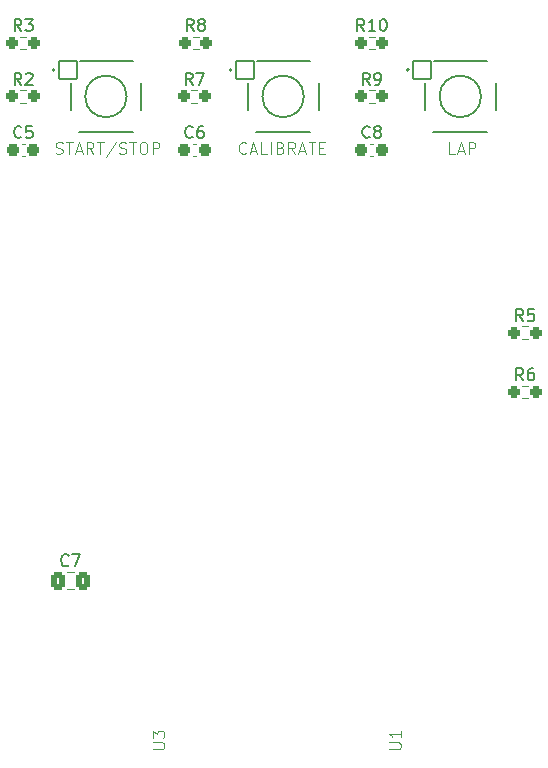
<source format=gto>
G04 #@! TF.GenerationSoftware,KiCad,Pcbnew,8.0.6*
G04 #@! TF.CreationDate,2025-12-03T00:04:18-05:00*
G04 #@! TF.ProjectId,dead_reckoning_shield,64656164-5f72-4656-936b-6f6e696e675f,rev?*
G04 #@! TF.SameCoordinates,Original*
G04 #@! TF.FileFunction,Legend,Top*
G04 #@! TF.FilePolarity,Positive*
%FSLAX46Y46*%
G04 Gerber Fmt 4.6, Leading zero omitted, Abs format (unit mm)*
G04 Created by KiCad (PCBNEW 8.0.6) date 2025-12-03 00:04:18*
%MOMM*%
%LPD*%
G01*
G04 APERTURE LIST*
G04 Aperture macros list*
%AMRoundRect*
0 Rectangle with rounded corners*
0 $1 Rounding radius*
0 $2 $3 $4 $5 $6 $7 $8 $9 X,Y pos of 4 corners*
0 Add a 4 corners polygon primitive as box body*
4,1,4,$2,$3,$4,$5,$6,$7,$8,$9,$2,$3,0*
0 Add four circle primitives for the rounded corners*
1,1,$1+$1,$2,$3*
1,1,$1+$1,$4,$5*
1,1,$1+$1,$6,$7*
1,1,$1+$1,$8,$9*
0 Add four rect primitives between the rounded corners*
20,1,$1+$1,$2,$3,$4,$5,0*
20,1,$1+$1,$4,$5,$6,$7,0*
20,1,$1+$1,$6,$7,$8,$9,0*
20,1,$1+$1,$8,$9,$2,$3,0*%
G04 Aperture macros list end*
%ADD10C,0.100000*%
%ADD11C,0.150000*%
%ADD12C,0.127000*%
%ADD13C,0.200000*%
%ADD14C,0.120000*%
%ADD15C,1.600000*%
%ADD16RoundRect,0.102000X-0.749000X-0.749000X0.749000X-0.749000X0.749000X0.749000X-0.749000X0.749000X0*%
%ADD17C,1.702000*%
%ADD18RoundRect,0.237500X-0.250000X-0.237500X0.250000X-0.237500X0.250000X0.237500X-0.250000X0.237500X0*%
%ADD19O,1.727200X1.727200*%
%ADD20R,1.727200X1.727200*%
%ADD21RoundRect,0.250000X-0.337500X-0.475000X0.337500X-0.475000X0.337500X0.475000X-0.337500X0.475000X0*%
%ADD22C,1.000000*%
%ADD23RoundRect,0.237500X-0.300000X-0.237500X0.300000X-0.237500X0.300000X0.237500X-0.300000X0.237500X0*%
%ADD24RoundRect,0.237500X0.250000X0.237500X-0.250000X0.237500X-0.250000X-0.237500X0.250000X-0.237500X0*%
G04 APERTURE END LIST*
D10*
X180756265Y-80324800D02*
X180899122Y-80372419D01*
X180899122Y-80372419D02*
X181137217Y-80372419D01*
X181137217Y-80372419D02*
X181232455Y-80324800D01*
X181232455Y-80324800D02*
X181280074Y-80277180D01*
X181280074Y-80277180D02*
X181327693Y-80181942D01*
X181327693Y-80181942D02*
X181327693Y-80086704D01*
X181327693Y-80086704D02*
X181280074Y-79991466D01*
X181280074Y-79991466D02*
X181232455Y-79943847D01*
X181232455Y-79943847D02*
X181137217Y-79896228D01*
X181137217Y-79896228D02*
X180946741Y-79848609D01*
X180946741Y-79848609D02*
X180851503Y-79800990D01*
X180851503Y-79800990D02*
X180803884Y-79753371D01*
X180803884Y-79753371D02*
X180756265Y-79658133D01*
X180756265Y-79658133D02*
X180756265Y-79562895D01*
X180756265Y-79562895D02*
X180803884Y-79467657D01*
X180803884Y-79467657D02*
X180851503Y-79420038D01*
X180851503Y-79420038D02*
X180946741Y-79372419D01*
X180946741Y-79372419D02*
X181184836Y-79372419D01*
X181184836Y-79372419D02*
X181327693Y-79420038D01*
X181613408Y-79372419D02*
X182184836Y-79372419D01*
X181899122Y-80372419D02*
X181899122Y-79372419D01*
X182470551Y-80086704D02*
X182946741Y-80086704D01*
X182375313Y-80372419D02*
X182708646Y-79372419D01*
X182708646Y-79372419D02*
X183041979Y-80372419D01*
X183946741Y-80372419D02*
X183613408Y-79896228D01*
X183375313Y-80372419D02*
X183375313Y-79372419D01*
X183375313Y-79372419D02*
X183756265Y-79372419D01*
X183756265Y-79372419D02*
X183851503Y-79420038D01*
X183851503Y-79420038D02*
X183899122Y-79467657D01*
X183899122Y-79467657D02*
X183946741Y-79562895D01*
X183946741Y-79562895D02*
X183946741Y-79705752D01*
X183946741Y-79705752D02*
X183899122Y-79800990D01*
X183899122Y-79800990D02*
X183851503Y-79848609D01*
X183851503Y-79848609D02*
X183756265Y-79896228D01*
X183756265Y-79896228D02*
X183375313Y-79896228D01*
X184232456Y-79372419D02*
X184803884Y-79372419D01*
X184518170Y-80372419D02*
X184518170Y-79372419D01*
X185851503Y-79324800D02*
X184994361Y-80610514D01*
X186137218Y-80324800D02*
X186280075Y-80372419D01*
X186280075Y-80372419D02*
X186518170Y-80372419D01*
X186518170Y-80372419D02*
X186613408Y-80324800D01*
X186613408Y-80324800D02*
X186661027Y-80277180D01*
X186661027Y-80277180D02*
X186708646Y-80181942D01*
X186708646Y-80181942D02*
X186708646Y-80086704D01*
X186708646Y-80086704D02*
X186661027Y-79991466D01*
X186661027Y-79991466D02*
X186613408Y-79943847D01*
X186613408Y-79943847D02*
X186518170Y-79896228D01*
X186518170Y-79896228D02*
X186327694Y-79848609D01*
X186327694Y-79848609D02*
X186232456Y-79800990D01*
X186232456Y-79800990D02*
X186184837Y-79753371D01*
X186184837Y-79753371D02*
X186137218Y-79658133D01*
X186137218Y-79658133D02*
X186137218Y-79562895D01*
X186137218Y-79562895D02*
X186184837Y-79467657D01*
X186184837Y-79467657D02*
X186232456Y-79420038D01*
X186232456Y-79420038D02*
X186327694Y-79372419D01*
X186327694Y-79372419D02*
X186565789Y-79372419D01*
X186565789Y-79372419D02*
X186708646Y-79420038D01*
X186994361Y-79372419D02*
X187565789Y-79372419D01*
X187280075Y-80372419D02*
X187280075Y-79372419D01*
X188089599Y-79372419D02*
X188280075Y-79372419D01*
X188280075Y-79372419D02*
X188375313Y-79420038D01*
X188375313Y-79420038D02*
X188470551Y-79515276D01*
X188470551Y-79515276D02*
X188518170Y-79705752D01*
X188518170Y-79705752D02*
X188518170Y-80039085D01*
X188518170Y-80039085D02*
X188470551Y-80229561D01*
X188470551Y-80229561D02*
X188375313Y-80324800D01*
X188375313Y-80324800D02*
X188280075Y-80372419D01*
X188280075Y-80372419D02*
X188089599Y-80372419D01*
X188089599Y-80372419D02*
X187994361Y-80324800D01*
X187994361Y-80324800D02*
X187899123Y-80229561D01*
X187899123Y-80229561D02*
X187851504Y-80039085D01*
X187851504Y-80039085D02*
X187851504Y-79705752D01*
X187851504Y-79705752D02*
X187899123Y-79515276D01*
X187899123Y-79515276D02*
X187994361Y-79420038D01*
X187994361Y-79420038D02*
X188089599Y-79372419D01*
X188946742Y-80372419D02*
X188946742Y-79372419D01*
X188946742Y-79372419D02*
X189327694Y-79372419D01*
X189327694Y-79372419D02*
X189422932Y-79420038D01*
X189422932Y-79420038D02*
X189470551Y-79467657D01*
X189470551Y-79467657D02*
X189518170Y-79562895D01*
X189518170Y-79562895D02*
X189518170Y-79705752D01*
X189518170Y-79705752D02*
X189470551Y-79800990D01*
X189470551Y-79800990D02*
X189422932Y-79848609D01*
X189422932Y-79848609D02*
X189327694Y-79896228D01*
X189327694Y-79896228D02*
X188946742Y-79896228D01*
X214530074Y-80372419D02*
X214053884Y-80372419D01*
X214053884Y-80372419D02*
X214053884Y-79372419D01*
X214815789Y-80086704D02*
X215291979Y-80086704D01*
X214720551Y-80372419D02*
X215053884Y-79372419D01*
X215053884Y-79372419D02*
X215387217Y-80372419D01*
X215720551Y-80372419D02*
X215720551Y-79372419D01*
X215720551Y-79372419D02*
X216101503Y-79372419D01*
X216101503Y-79372419D02*
X216196741Y-79420038D01*
X216196741Y-79420038D02*
X216244360Y-79467657D01*
X216244360Y-79467657D02*
X216291979Y-79562895D01*
X216291979Y-79562895D02*
X216291979Y-79705752D01*
X216291979Y-79705752D02*
X216244360Y-79800990D01*
X216244360Y-79800990D02*
X216196741Y-79848609D01*
X216196741Y-79848609D02*
X216101503Y-79896228D01*
X216101503Y-79896228D02*
X215720551Y-79896228D01*
X196875312Y-80277180D02*
X196827693Y-80324800D01*
X196827693Y-80324800D02*
X196684836Y-80372419D01*
X196684836Y-80372419D02*
X196589598Y-80372419D01*
X196589598Y-80372419D02*
X196446741Y-80324800D01*
X196446741Y-80324800D02*
X196351503Y-80229561D01*
X196351503Y-80229561D02*
X196303884Y-80134323D01*
X196303884Y-80134323D02*
X196256265Y-79943847D01*
X196256265Y-79943847D02*
X196256265Y-79800990D01*
X196256265Y-79800990D02*
X196303884Y-79610514D01*
X196303884Y-79610514D02*
X196351503Y-79515276D01*
X196351503Y-79515276D02*
X196446741Y-79420038D01*
X196446741Y-79420038D02*
X196589598Y-79372419D01*
X196589598Y-79372419D02*
X196684836Y-79372419D01*
X196684836Y-79372419D02*
X196827693Y-79420038D01*
X196827693Y-79420038D02*
X196875312Y-79467657D01*
X197256265Y-80086704D02*
X197732455Y-80086704D01*
X197161027Y-80372419D02*
X197494360Y-79372419D01*
X197494360Y-79372419D02*
X197827693Y-80372419D01*
X198637217Y-80372419D02*
X198161027Y-80372419D01*
X198161027Y-80372419D02*
X198161027Y-79372419D01*
X198970551Y-80372419D02*
X198970551Y-79372419D01*
X199780074Y-79848609D02*
X199922931Y-79896228D01*
X199922931Y-79896228D02*
X199970550Y-79943847D01*
X199970550Y-79943847D02*
X200018169Y-80039085D01*
X200018169Y-80039085D02*
X200018169Y-80181942D01*
X200018169Y-80181942D02*
X199970550Y-80277180D01*
X199970550Y-80277180D02*
X199922931Y-80324800D01*
X199922931Y-80324800D02*
X199827693Y-80372419D01*
X199827693Y-80372419D02*
X199446741Y-80372419D01*
X199446741Y-80372419D02*
X199446741Y-79372419D01*
X199446741Y-79372419D02*
X199780074Y-79372419D01*
X199780074Y-79372419D02*
X199875312Y-79420038D01*
X199875312Y-79420038D02*
X199922931Y-79467657D01*
X199922931Y-79467657D02*
X199970550Y-79562895D01*
X199970550Y-79562895D02*
X199970550Y-79658133D01*
X199970550Y-79658133D02*
X199922931Y-79753371D01*
X199922931Y-79753371D02*
X199875312Y-79800990D01*
X199875312Y-79800990D02*
X199780074Y-79848609D01*
X199780074Y-79848609D02*
X199446741Y-79848609D01*
X201018169Y-80372419D02*
X200684836Y-79896228D01*
X200446741Y-80372419D02*
X200446741Y-79372419D01*
X200446741Y-79372419D02*
X200827693Y-79372419D01*
X200827693Y-79372419D02*
X200922931Y-79420038D01*
X200922931Y-79420038D02*
X200970550Y-79467657D01*
X200970550Y-79467657D02*
X201018169Y-79562895D01*
X201018169Y-79562895D02*
X201018169Y-79705752D01*
X201018169Y-79705752D02*
X200970550Y-79800990D01*
X200970550Y-79800990D02*
X200922931Y-79848609D01*
X200922931Y-79848609D02*
X200827693Y-79896228D01*
X200827693Y-79896228D02*
X200446741Y-79896228D01*
X201399122Y-80086704D02*
X201875312Y-80086704D01*
X201303884Y-80372419D02*
X201637217Y-79372419D01*
X201637217Y-79372419D02*
X201970550Y-80372419D01*
X202161027Y-79372419D02*
X202732455Y-79372419D01*
X202446741Y-80372419D02*
X202446741Y-79372419D01*
X203065789Y-79848609D02*
X203399122Y-79848609D01*
X203541979Y-80372419D02*
X203065789Y-80372419D01*
X203065789Y-80372419D02*
X203065789Y-79372419D01*
X203065789Y-79372419D02*
X203541979Y-79372419D01*
X208957419Y-130761904D02*
X209766942Y-130761904D01*
X209766942Y-130761904D02*
X209862180Y-130714285D01*
X209862180Y-130714285D02*
X209909800Y-130666666D01*
X209909800Y-130666666D02*
X209957419Y-130571428D01*
X209957419Y-130571428D02*
X209957419Y-130380952D01*
X209957419Y-130380952D02*
X209909800Y-130285714D01*
X209909800Y-130285714D02*
X209862180Y-130238095D01*
X209862180Y-130238095D02*
X209766942Y-130190476D01*
X209766942Y-130190476D02*
X208957419Y-130190476D01*
X209957419Y-129190476D02*
X209957419Y-129761904D01*
X209957419Y-129476190D02*
X208957419Y-129476190D01*
X208957419Y-129476190D02*
X209100276Y-129571428D01*
X209100276Y-129571428D02*
X209195514Y-129666666D01*
X209195514Y-129666666D02*
X209243133Y-129761904D01*
D11*
X220333333Y-94524819D02*
X220000000Y-94048628D01*
X219761905Y-94524819D02*
X219761905Y-93524819D01*
X219761905Y-93524819D02*
X220142857Y-93524819D01*
X220142857Y-93524819D02*
X220238095Y-93572438D01*
X220238095Y-93572438D02*
X220285714Y-93620057D01*
X220285714Y-93620057D02*
X220333333Y-93715295D01*
X220333333Y-93715295D02*
X220333333Y-93858152D01*
X220333333Y-93858152D02*
X220285714Y-93953390D01*
X220285714Y-93953390D02*
X220238095Y-94001009D01*
X220238095Y-94001009D02*
X220142857Y-94048628D01*
X220142857Y-94048628D02*
X219761905Y-94048628D01*
X221238095Y-93524819D02*
X220761905Y-93524819D01*
X220761905Y-93524819D02*
X220714286Y-94001009D01*
X220714286Y-94001009D02*
X220761905Y-93953390D01*
X220761905Y-93953390D02*
X220857143Y-93905771D01*
X220857143Y-93905771D02*
X221095238Y-93905771D01*
X221095238Y-93905771D02*
X221190476Y-93953390D01*
X221190476Y-93953390D02*
X221238095Y-94001009D01*
X221238095Y-94001009D02*
X221285714Y-94096247D01*
X221285714Y-94096247D02*
X221285714Y-94334342D01*
X221285714Y-94334342D02*
X221238095Y-94429580D01*
X221238095Y-94429580D02*
X221190476Y-94477200D01*
X221190476Y-94477200D02*
X221095238Y-94524819D01*
X221095238Y-94524819D02*
X220857143Y-94524819D01*
X220857143Y-94524819D02*
X220761905Y-94477200D01*
X220761905Y-94477200D02*
X220714286Y-94429580D01*
X181833333Y-115179580D02*
X181785714Y-115227200D01*
X181785714Y-115227200D02*
X181642857Y-115274819D01*
X181642857Y-115274819D02*
X181547619Y-115274819D01*
X181547619Y-115274819D02*
X181404762Y-115227200D01*
X181404762Y-115227200D02*
X181309524Y-115131961D01*
X181309524Y-115131961D02*
X181261905Y-115036723D01*
X181261905Y-115036723D02*
X181214286Y-114846247D01*
X181214286Y-114846247D02*
X181214286Y-114703390D01*
X181214286Y-114703390D02*
X181261905Y-114512914D01*
X181261905Y-114512914D02*
X181309524Y-114417676D01*
X181309524Y-114417676D02*
X181404762Y-114322438D01*
X181404762Y-114322438D02*
X181547619Y-114274819D01*
X181547619Y-114274819D02*
X181642857Y-114274819D01*
X181642857Y-114274819D02*
X181785714Y-114322438D01*
X181785714Y-114322438D02*
X181833333Y-114370057D01*
X182166667Y-114274819D02*
X182833333Y-114274819D01*
X182833333Y-114274819D02*
X182404762Y-115274819D01*
X177833333Y-74524819D02*
X177500000Y-74048628D01*
X177261905Y-74524819D02*
X177261905Y-73524819D01*
X177261905Y-73524819D02*
X177642857Y-73524819D01*
X177642857Y-73524819D02*
X177738095Y-73572438D01*
X177738095Y-73572438D02*
X177785714Y-73620057D01*
X177785714Y-73620057D02*
X177833333Y-73715295D01*
X177833333Y-73715295D02*
X177833333Y-73858152D01*
X177833333Y-73858152D02*
X177785714Y-73953390D01*
X177785714Y-73953390D02*
X177738095Y-74001009D01*
X177738095Y-74001009D02*
X177642857Y-74048628D01*
X177642857Y-74048628D02*
X177261905Y-74048628D01*
X178214286Y-73620057D02*
X178261905Y-73572438D01*
X178261905Y-73572438D02*
X178357143Y-73524819D01*
X178357143Y-73524819D02*
X178595238Y-73524819D01*
X178595238Y-73524819D02*
X178690476Y-73572438D01*
X178690476Y-73572438D02*
X178738095Y-73620057D01*
X178738095Y-73620057D02*
X178785714Y-73715295D01*
X178785714Y-73715295D02*
X178785714Y-73810533D01*
X178785714Y-73810533D02*
X178738095Y-73953390D01*
X178738095Y-73953390D02*
X178166667Y-74524819D01*
X178166667Y-74524819D02*
X178785714Y-74524819D01*
D10*
X188957419Y-130761904D02*
X189766942Y-130761904D01*
X189766942Y-130761904D02*
X189862180Y-130714285D01*
X189862180Y-130714285D02*
X189909800Y-130666666D01*
X189909800Y-130666666D02*
X189957419Y-130571428D01*
X189957419Y-130571428D02*
X189957419Y-130380952D01*
X189957419Y-130380952D02*
X189909800Y-130285714D01*
X189909800Y-130285714D02*
X189862180Y-130238095D01*
X189862180Y-130238095D02*
X189766942Y-130190476D01*
X189766942Y-130190476D02*
X188957419Y-130190476D01*
X188957419Y-129809523D02*
X188957419Y-129190476D01*
X188957419Y-129190476D02*
X189338371Y-129523809D01*
X189338371Y-129523809D02*
X189338371Y-129380952D01*
X189338371Y-129380952D02*
X189385990Y-129285714D01*
X189385990Y-129285714D02*
X189433609Y-129238095D01*
X189433609Y-129238095D02*
X189528847Y-129190476D01*
X189528847Y-129190476D02*
X189766942Y-129190476D01*
X189766942Y-129190476D02*
X189862180Y-129238095D01*
X189862180Y-129238095D02*
X189909800Y-129285714D01*
X189909800Y-129285714D02*
X189957419Y-129380952D01*
X189957419Y-129380952D02*
X189957419Y-129666666D01*
X189957419Y-129666666D02*
X189909800Y-129761904D01*
X189909800Y-129761904D02*
X189862180Y-129809523D01*
D11*
X207333333Y-74524819D02*
X207000000Y-74048628D01*
X206761905Y-74524819D02*
X206761905Y-73524819D01*
X206761905Y-73524819D02*
X207142857Y-73524819D01*
X207142857Y-73524819D02*
X207238095Y-73572438D01*
X207238095Y-73572438D02*
X207285714Y-73620057D01*
X207285714Y-73620057D02*
X207333333Y-73715295D01*
X207333333Y-73715295D02*
X207333333Y-73858152D01*
X207333333Y-73858152D02*
X207285714Y-73953390D01*
X207285714Y-73953390D02*
X207238095Y-74001009D01*
X207238095Y-74001009D02*
X207142857Y-74048628D01*
X207142857Y-74048628D02*
X206761905Y-74048628D01*
X207809524Y-74524819D02*
X208000000Y-74524819D01*
X208000000Y-74524819D02*
X208095238Y-74477200D01*
X208095238Y-74477200D02*
X208142857Y-74429580D01*
X208142857Y-74429580D02*
X208238095Y-74286723D01*
X208238095Y-74286723D02*
X208285714Y-74096247D01*
X208285714Y-74096247D02*
X208285714Y-73715295D01*
X208285714Y-73715295D02*
X208238095Y-73620057D01*
X208238095Y-73620057D02*
X208190476Y-73572438D01*
X208190476Y-73572438D02*
X208095238Y-73524819D01*
X208095238Y-73524819D02*
X207904762Y-73524819D01*
X207904762Y-73524819D02*
X207809524Y-73572438D01*
X207809524Y-73572438D02*
X207761905Y-73620057D01*
X207761905Y-73620057D02*
X207714286Y-73715295D01*
X207714286Y-73715295D02*
X207714286Y-73953390D01*
X207714286Y-73953390D02*
X207761905Y-74048628D01*
X207761905Y-74048628D02*
X207809524Y-74096247D01*
X207809524Y-74096247D02*
X207904762Y-74143866D01*
X207904762Y-74143866D02*
X208095238Y-74143866D01*
X208095238Y-74143866D02*
X208190476Y-74096247D01*
X208190476Y-74096247D02*
X208238095Y-74048628D01*
X208238095Y-74048628D02*
X208285714Y-73953390D01*
X207333333Y-78929580D02*
X207285714Y-78977200D01*
X207285714Y-78977200D02*
X207142857Y-79024819D01*
X207142857Y-79024819D02*
X207047619Y-79024819D01*
X207047619Y-79024819D02*
X206904762Y-78977200D01*
X206904762Y-78977200D02*
X206809524Y-78881961D01*
X206809524Y-78881961D02*
X206761905Y-78786723D01*
X206761905Y-78786723D02*
X206714286Y-78596247D01*
X206714286Y-78596247D02*
X206714286Y-78453390D01*
X206714286Y-78453390D02*
X206761905Y-78262914D01*
X206761905Y-78262914D02*
X206809524Y-78167676D01*
X206809524Y-78167676D02*
X206904762Y-78072438D01*
X206904762Y-78072438D02*
X207047619Y-78024819D01*
X207047619Y-78024819D02*
X207142857Y-78024819D01*
X207142857Y-78024819D02*
X207285714Y-78072438D01*
X207285714Y-78072438D02*
X207333333Y-78120057D01*
X207904762Y-78453390D02*
X207809524Y-78405771D01*
X207809524Y-78405771D02*
X207761905Y-78358152D01*
X207761905Y-78358152D02*
X207714286Y-78262914D01*
X207714286Y-78262914D02*
X207714286Y-78215295D01*
X207714286Y-78215295D02*
X207761905Y-78120057D01*
X207761905Y-78120057D02*
X207809524Y-78072438D01*
X207809524Y-78072438D02*
X207904762Y-78024819D01*
X207904762Y-78024819D02*
X208095238Y-78024819D01*
X208095238Y-78024819D02*
X208190476Y-78072438D01*
X208190476Y-78072438D02*
X208238095Y-78120057D01*
X208238095Y-78120057D02*
X208285714Y-78215295D01*
X208285714Y-78215295D02*
X208285714Y-78262914D01*
X208285714Y-78262914D02*
X208238095Y-78358152D01*
X208238095Y-78358152D02*
X208190476Y-78405771D01*
X208190476Y-78405771D02*
X208095238Y-78453390D01*
X208095238Y-78453390D02*
X207904762Y-78453390D01*
X207904762Y-78453390D02*
X207809524Y-78501009D01*
X207809524Y-78501009D02*
X207761905Y-78548628D01*
X207761905Y-78548628D02*
X207714286Y-78643866D01*
X207714286Y-78643866D02*
X207714286Y-78834342D01*
X207714286Y-78834342D02*
X207761905Y-78929580D01*
X207761905Y-78929580D02*
X207809524Y-78977200D01*
X207809524Y-78977200D02*
X207904762Y-79024819D01*
X207904762Y-79024819D02*
X208095238Y-79024819D01*
X208095238Y-79024819D02*
X208190476Y-78977200D01*
X208190476Y-78977200D02*
X208238095Y-78929580D01*
X208238095Y-78929580D02*
X208285714Y-78834342D01*
X208285714Y-78834342D02*
X208285714Y-78643866D01*
X208285714Y-78643866D02*
X208238095Y-78548628D01*
X208238095Y-78548628D02*
X208190476Y-78501009D01*
X208190476Y-78501009D02*
X208095238Y-78453390D01*
X192333333Y-74524819D02*
X192000000Y-74048628D01*
X191761905Y-74524819D02*
X191761905Y-73524819D01*
X191761905Y-73524819D02*
X192142857Y-73524819D01*
X192142857Y-73524819D02*
X192238095Y-73572438D01*
X192238095Y-73572438D02*
X192285714Y-73620057D01*
X192285714Y-73620057D02*
X192333333Y-73715295D01*
X192333333Y-73715295D02*
X192333333Y-73858152D01*
X192333333Y-73858152D02*
X192285714Y-73953390D01*
X192285714Y-73953390D02*
X192238095Y-74001009D01*
X192238095Y-74001009D02*
X192142857Y-74048628D01*
X192142857Y-74048628D02*
X191761905Y-74048628D01*
X192666667Y-73524819D02*
X193333333Y-73524819D01*
X193333333Y-73524819D02*
X192904762Y-74524819D01*
X192333333Y-78929580D02*
X192285714Y-78977200D01*
X192285714Y-78977200D02*
X192142857Y-79024819D01*
X192142857Y-79024819D02*
X192047619Y-79024819D01*
X192047619Y-79024819D02*
X191904762Y-78977200D01*
X191904762Y-78977200D02*
X191809524Y-78881961D01*
X191809524Y-78881961D02*
X191761905Y-78786723D01*
X191761905Y-78786723D02*
X191714286Y-78596247D01*
X191714286Y-78596247D02*
X191714286Y-78453390D01*
X191714286Y-78453390D02*
X191761905Y-78262914D01*
X191761905Y-78262914D02*
X191809524Y-78167676D01*
X191809524Y-78167676D02*
X191904762Y-78072438D01*
X191904762Y-78072438D02*
X192047619Y-78024819D01*
X192047619Y-78024819D02*
X192142857Y-78024819D01*
X192142857Y-78024819D02*
X192285714Y-78072438D01*
X192285714Y-78072438D02*
X192333333Y-78120057D01*
X193190476Y-78024819D02*
X193000000Y-78024819D01*
X193000000Y-78024819D02*
X192904762Y-78072438D01*
X192904762Y-78072438D02*
X192857143Y-78120057D01*
X192857143Y-78120057D02*
X192761905Y-78262914D01*
X192761905Y-78262914D02*
X192714286Y-78453390D01*
X192714286Y-78453390D02*
X192714286Y-78834342D01*
X192714286Y-78834342D02*
X192761905Y-78929580D01*
X192761905Y-78929580D02*
X192809524Y-78977200D01*
X192809524Y-78977200D02*
X192904762Y-79024819D01*
X192904762Y-79024819D02*
X193095238Y-79024819D01*
X193095238Y-79024819D02*
X193190476Y-78977200D01*
X193190476Y-78977200D02*
X193238095Y-78929580D01*
X193238095Y-78929580D02*
X193285714Y-78834342D01*
X193285714Y-78834342D02*
X193285714Y-78596247D01*
X193285714Y-78596247D02*
X193238095Y-78501009D01*
X193238095Y-78501009D02*
X193190476Y-78453390D01*
X193190476Y-78453390D02*
X193095238Y-78405771D01*
X193095238Y-78405771D02*
X192904762Y-78405771D01*
X192904762Y-78405771D02*
X192809524Y-78453390D01*
X192809524Y-78453390D02*
X192761905Y-78501009D01*
X192761905Y-78501009D02*
X192714286Y-78596247D01*
X206857142Y-69954819D02*
X206523809Y-69478628D01*
X206285714Y-69954819D02*
X206285714Y-68954819D01*
X206285714Y-68954819D02*
X206666666Y-68954819D01*
X206666666Y-68954819D02*
X206761904Y-69002438D01*
X206761904Y-69002438D02*
X206809523Y-69050057D01*
X206809523Y-69050057D02*
X206857142Y-69145295D01*
X206857142Y-69145295D02*
X206857142Y-69288152D01*
X206857142Y-69288152D02*
X206809523Y-69383390D01*
X206809523Y-69383390D02*
X206761904Y-69431009D01*
X206761904Y-69431009D02*
X206666666Y-69478628D01*
X206666666Y-69478628D02*
X206285714Y-69478628D01*
X207809523Y-69954819D02*
X207238095Y-69954819D01*
X207523809Y-69954819D02*
X207523809Y-68954819D01*
X207523809Y-68954819D02*
X207428571Y-69097676D01*
X207428571Y-69097676D02*
X207333333Y-69192914D01*
X207333333Y-69192914D02*
X207238095Y-69240533D01*
X208428571Y-68954819D02*
X208523809Y-68954819D01*
X208523809Y-68954819D02*
X208619047Y-69002438D01*
X208619047Y-69002438D02*
X208666666Y-69050057D01*
X208666666Y-69050057D02*
X208714285Y-69145295D01*
X208714285Y-69145295D02*
X208761904Y-69335771D01*
X208761904Y-69335771D02*
X208761904Y-69573866D01*
X208761904Y-69573866D02*
X208714285Y-69764342D01*
X208714285Y-69764342D02*
X208666666Y-69859580D01*
X208666666Y-69859580D02*
X208619047Y-69907200D01*
X208619047Y-69907200D02*
X208523809Y-69954819D01*
X208523809Y-69954819D02*
X208428571Y-69954819D01*
X208428571Y-69954819D02*
X208333333Y-69907200D01*
X208333333Y-69907200D02*
X208285714Y-69859580D01*
X208285714Y-69859580D02*
X208238095Y-69764342D01*
X208238095Y-69764342D02*
X208190476Y-69573866D01*
X208190476Y-69573866D02*
X208190476Y-69335771D01*
X208190476Y-69335771D02*
X208238095Y-69145295D01*
X208238095Y-69145295D02*
X208285714Y-69050057D01*
X208285714Y-69050057D02*
X208333333Y-69002438D01*
X208333333Y-69002438D02*
X208428571Y-68954819D01*
X177833333Y-69954819D02*
X177500000Y-69478628D01*
X177261905Y-69954819D02*
X177261905Y-68954819D01*
X177261905Y-68954819D02*
X177642857Y-68954819D01*
X177642857Y-68954819D02*
X177738095Y-69002438D01*
X177738095Y-69002438D02*
X177785714Y-69050057D01*
X177785714Y-69050057D02*
X177833333Y-69145295D01*
X177833333Y-69145295D02*
X177833333Y-69288152D01*
X177833333Y-69288152D02*
X177785714Y-69383390D01*
X177785714Y-69383390D02*
X177738095Y-69431009D01*
X177738095Y-69431009D02*
X177642857Y-69478628D01*
X177642857Y-69478628D02*
X177261905Y-69478628D01*
X178166667Y-68954819D02*
X178785714Y-68954819D01*
X178785714Y-68954819D02*
X178452381Y-69335771D01*
X178452381Y-69335771D02*
X178595238Y-69335771D01*
X178595238Y-69335771D02*
X178690476Y-69383390D01*
X178690476Y-69383390D02*
X178738095Y-69431009D01*
X178738095Y-69431009D02*
X178785714Y-69526247D01*
X178785714Y-69526247D02*
X178785714Y-69764342D01*
X178785714Y-69764342D02*
X178738095Y-69859580D01*
X178738095Y-69859580D02*
X178690476Y-69907200D01*
X178690476Y-69907200D02*
X178595238Y-69954819D01*
X178595238Y-69954819D02*
X178309524Y-69954819D01*
X178309524Y-69954819D02*
X178214286Y-69907200D01*
X178214286Y-69907200D02*
X178166667Y-69859580D01*
X220333333Y-99524819D02*
X220000000Y-99048628D01*
X219761905Y-99524819D02*
X219761905Y-98524819D01*
X219761905Y-98524819D02*
X220142857Y-98524819D01*
X220142857Y-98524819D02*
X220238095Y-98572438D01*
X220238095Y-98572438D02*
X220285714Y-98620057D01*
X220285714Y-98620057D02*
X220333333Y-98715295D01*
X220333333Y-98715295D02*
X220333333Y-98858152D01*
X220333333Y-98858152D02*
X220285714Y-98953390D01*
X220285714Y-98953390D02*
X220238095Y-99001009D01*
X220238095Y-99001009D02*
X220142857Y-99048628D01*
X220142857Y-99048628D02*
X219761905Y-99048628D01*
X221190476Y-98524819D02*
X221000000Y-98524819D01*
X221000000Y-98524819D02*
X220904762Y-98572438D01*
X220904762Y-98572438D02*
X220857143Y-98620057D01*
X220857143Y-98620057D02*
X220761905Y-98762914D01*
X220761905Y-98762914D02*
X220714286Y-98953390D01*
X220714286Y-98953390D02*
X220714286Y-99334342D01*
X220714286Y-99334342D02*
X220761905Y-99429580D01*
X220761905Y-99429580D02*
X220809524Y-99477200D01*
X220809524Y-99477200D02*
X220904762Y-99524819D01*
X220904762Y-99524819D02*
X221095238Y-99524819D01*
X221095238Y-99524819D02*
X221190476Y-99477200D01*
X221190476Y-99477200D02*
X221238095Y-99429580D01*
X221238095Y-99429580D02*
X221285714Y-99334342D01*
X221285714Y-99334342D02*
X221285714Y-99096247D01*
X221285714Y-99096247D02*
X221238095Y-99001009D01*
X221238095Y-99001009D02*
X221190476Y-98953390D01*
X221190476Y-98953390D02*
X221095238Y-98905771D01*
X221095238Y-98905771D02*
X220904762Y-98905771D01*
X220904762Y-98905771D02*
X220809524Y-98953390D01*
X220809524Y-98953390D02*
X220761905Y-99001009D01*
X220761905Y-99001009D02*
X220714286Y-99096247D01*
X192420833Y-69954819D02*
X192087500Y-69478628D01*
X191849405Y-69954819D02*
X191849405Y-68954819D01*
X191849405Y-68954819D02*
X192230357Y-68954819D01*
X192230357Y-68954819D02*
X192325595Y-69002438D01*
X192325595Y-69002438D02*
X192373214Y-69050057D01*
X192373214Y-69050057D02*
X192420833Y-69145295D01*
X192420833Y-69145295D02*
X192420833Y-69288152D01*
X192420833Y-69288152D02*
X192373214Y-69383390D01*
X192373214Y-69383390D02*
X192325595Y-69431009D01*
X192325595Y-69431009D02*
X192230357Y-69478628D01*
X192230357Y-69478628D02*
X191849405Y-69478628D01*
X192992262Y-69383390D02*
X192897024Y-69335771D01*
X192897024Y-69335771D02*
X192849405Y-69288152D01*
X192849405Y-69288152D02*
X192801786Y-69192914D01*
X192801786Y-69192914D02*
X192801786Y-69145295D01*
X192801786Y-69145295D02*
X192849405Y-69050057D01*
X192849405Y-69050057D02*
X192897024Y-69002438D01*
X192897024Y-69002438D02*
X192992262Y-68954819D01*
X192992262Y-68954819D02*
X193182738Y-68954819D01*
X193182738Y-68954819D02*
X193277976Y-69002438D01*
X193277976Y-69002438D02*
X193325595Y-69050057D01*
X193325595Y-69050057D02*
X193373214Y-69145295D01*
X193373214Y-69145295D02*
X193373214Y-69192914D01*
X193373214Y-69192914D02*
X193325595Y-69288152D01*
X193325595Y-69288152D02*
X193277976Y-69335771D01*
X193277976Y-69335771D02*
X193182738Y-69383390D01*
X193182738Y-69383390D02*
X192992262Y-69383390D01*
X192992262Y-69383390D02*
X192897024Y-69431009D01*
X192897024Y-69431009D02*
X192849405Y-69478628D01*
X192849405Y-69478628D02*
X192801786Y-69573866D01*
X192801786Y-69573866D02*
X192801786Y-69764342D01*
X192801786Y-69764342D02*
X192849405Y-69859580D01*
X192849405Y-69859580D02*
X192897024Y-69907200D01*
X192897024Y-69907200D02*
X192992262Y-69954819D01*
X192992262Y-69954819D02*
X193182738Y-69954819D01*
X193182738Y-69954819D02*
X193277976Y-69907200D01*
X193277976Y-69907200D02*
X193325595Y-69859580D01*
X193325595Y-69859580D02*
X193373214Y-69764342D01*
X193373214Y-69764342D02*
X193373214Y-69573866D01*
X193373214Y-69573866D02*
X193325595Y-69478628D01*
X193325595Y-69478628D02*
X193277976Y-69431009D01*
X193277976Y-69431009D02*
X193182738Y-69383390D01*
X177833333Y-78929580D02*
X177785714Y-78977200D01*
X177785714Y-78977200D02*
X177642857Y-79024819D01*
X177642857Y-79024819D02*
X177547619Y-79024819D01*
X177547619Y-79024819D02*
X177404762Y-78977200D01*
X177404762Y-78977200D02*
X177309524Y-78881961D01*
X177309524Y-78881961D02*
X177261905Y-78786723D01*
X177261905Y-78786723D02*
X177214286Y-78596247D01*
X177214286Y-78596247D02*
X177214286Y-78453390D01*
X177214286Y-78453390D02*
X177261905Y-78262914D01*
X177261905Y-78262914D02*
X177309524Y-78167676D01*
X177309524Y-78167676D02*
X177404762Y-78072438D01*
X177404762Y-78072438D02*
X177547619Y-78024819D01*
X177547619Y-78024819D02*
X177642857Y-78024819D01*
X177642857Y-78024819D02*
X177785714Y-78072438D01*
X177785714Y-78072438D02*
X177833333Y-78120057D01*
X178738095Y-78024819D02*
X178261905Y-78024819D01*
X178261905Y-78024819D02*
X178214286Y-78501009D01*
X178214286Y-78501009D02*
X178261905Y-78453390D01*
X178261905Y-78453390D02*
X178357143Y-78405771D01*
X178357143Y-78405771D02*
X178595238Y-78405771D01*
X178595238Y-78405771D02*
X178690476Y-78453390D01*
X178690476Y-78453390D02*
X178738095Y-78501009D01*
X178738095Y-78501009D02*
X178785714Y-78596247D01*
X178785714Y-78596247D02*
X178785714Y-78834342D01*
X178785714Y-78834342D02*
X178738095Y-78929580D01*
X178738095Y-78929580D02*
X178690476Y-78977200D01*
X178690476Y-78977200D02*
X178595238Y-79024819D01*
X178595238Y-79024819D02*
X178357143Y-79024819D01*
X178357143Y-79024819D02*
X178261905Y-78977200D01*
X178261905Y-78977200D02*
X178214286Y-78929580D01*
D12*
X197005000Y-74350000D02*
X197005000Y-76650000D01*
X197800000Y-72505000D02*
X202300000Y-72505000D01*
X202300000Y-78495000D02*
X197700000Y-78495000D01*
X203000000Y-74350000D02*
X203000000Y-76650000D01*
D13*
X195655000Y-73250000D02*
G75*
G02*
X195455000Y-73250000I-100000J0D01*
G01*
X195455000Y-73250000D02*
G75*
G02*
X195655000Y-73250000I100000J0D01*
G01*
D12*
X201755000Y-75500000D02*
G75*
G02*
X198245000Y-75500000I-1755000J0D01*
G01*
X198245000Y-75500000D02*
G75*
G02*
X201755000Y-75500000I1755000J0D01*
G01*
D14*
X220245276Y-94977500D02*
X220754724Y-94977500D01*
X220245276Y-96022500D02*
X220754724Y-96022500D01*
X181738748Y-115765000D02*
X182261252Y-115765000D01*
X181738748Y-117235000D02*
X182261252Y-117235000D01*
X177745276Y-74977500D02*
X178254724Y-74977500D01*
X177745276Y-76022500D02*
X178254724Y-76022500D01*
X207245276Y-74977500D02*
X207754724Y-74977500D01*
X207245276Y-76022500D02*
X207754724Y-76022500D01*
X207353733Y-79490000D02*
X207646267Y-79490000D01*
X207353733Y-80510000D02*
X207646267Y-80510000D01*
X192245276Y-74977500D02*
X192754724Y-74977500D01*
X192245276Y-76022500D02*
X192754724Y-76022500D01*
X192353733Y-79490000D02*
X192646267Y-79490000D01*
X192353733Y-80510000D02*
X192646267Y-80510000D01*
X207754724Y-70477500D02*
X207245276Y-70477500D01*
X207754724Y-71522500D02*
X207245276Y-71522500D01*
X178254724Y-70477500D02*
X177745276Y-70477500D01*
X178254724Y-71522500D02*
X177745276Y-71522500D01*
D12*
X212005000Y-74350000D02*
X212005000Y-76650000D01*
X212800000Y-72505000D02*
X217300000Y-72505000D01*
X217300000Y-78495000D02*
X212700000Y-78495000D01*
X218000000Y-74350000D02*
X218000000Y-76650000D01*
D13*
X210655000Y-73250000D02*
G75*
G02*
X210455000Y-73250000I-100000J0D01*
G01*
X210455000Y-73250000D02*
G75*
G02*
X210655000Y-73250000I100000J0D01*
G01*
D12*
X216755000Y-75500000D02*
G75*
G02*
X213245000Y-75500000I-1755000J0D01*
G01*
X213245000Y-75500000D02*
G75*
G02*
X216755000Y-75500000I1755000J0D01*
G01*
D14*
X220245276Y-99977500D02*
X220754724Y-99977500D01*
X220245276Y-101022500D02*
X220754724Y-101022500D01*
X192842224Y-70477500D02*
X192332776Y-70477500D01*
X192842224Y-71522500D02*
X192332776Y-71522500D01*
X177853733Y-79490000D02*
X178146267Y-79490000D01*
X177853733Y-80510000D02*
X178146267Y-80510000D01*
D12*
X182005000Y-74350000D02*
X182005000Y-76650000D01*
X182800000Y-72505000D02*
X187300000Y-72505000D01*
X187300000Y-78495000D02*
X182700000Y-78495000D01*
X188000000Y-74350000D02*
X188000000Y-76650000D01*
D13*
X180655000Y-73250000D02*
G75*
G02*
X180455000Y-73250000I-100000J0D01*
G01*
X180455000Y-73250000D02*
G75*
G02*
X180655000Y-73250000I100000J0D01*
G01*
D12*
X186755000Y-75500000D02*
G75*
G02*
X183245000Y-75500000I-1755000J0D01*
G01*
X183245000Y-75500000D02*
G75*
G02*
X186755000Y-75500000I1755000J0D01*
G01*
%LPC*%
D15*
X216350000Y-138890000D03*
X216350000Y-136350000D03*
X216350000Y-133810000D03*
X216350000Y-131270000D03*
X216350000Y-128730000D03*
X216350000Y-126190000D03*
X216350000Y-123650000D03*
X216350000Y-121110000D03*
D16*
X196750000Y-73250000D03*
D17*
X203250000Y-73250000D03*
X196750000Y-77750000D03*
X203250000Y-77750000D03*
D18*
X219587500Y-95500000D03*
X221412500Y-95500000D03*
D19*
X175870000Y-106043000D03*
X175870000Y-108583000D03*
X175870000Y-111123000D03*
X175870000Y-113663000D03*
X175870000Y-116203000D03*
D20*
X175870000Y-118743000D03*
X175870000Y-121283000D03*
D19*
X175870000Y-123823000D03*
X175870000Y-128903000D03*
X175870000Y-131443000D03*
X175870000Y-133983000D03*
X175870000Y-136523000D03*
X175870000Y-139063000D03*
X175870000Y-141603000D03*
X224130000Y-141603000D03*
X224130000Y-139063000D03*
X224130000Y-136523000D03*
X224130000Y-133983000D03*
X224130000Y-131443000D03*
X224130000Y-128903000D03*
X224130000Y-126363000D03*
X224130000Y-123823000D03*
X224130000Y-119759000D03*
X224130000Y-117219000D03*
X224130000Y-114679000D03*
X224130000Y-112139000D03*
X224130000Y-109599000D03*
X224130000Y-107059000D03*
D20*
X224130000Y-104519000D03*
D19*
X224130000Y-101979000D03*
X224130000Y-99439000D03*
X224130000Y-96899000D03*
D21*
X180962500Y-116500000D03*
X183037500Y-116500000D03*
D15*
X196190000Y-85000000D03*
X198730000Y-85000000D03*
X201270000Y-85000000D03*
X203810000Y-85000000D03*
D18*
X177087500Y-75500000D03*
X178912500Y-75500000D03*
D22*
X187460000Y-138890000D03*
X188730000Y-138890000D03*
X190000000Y-138890000D03*
X191270000Y-138890000D03*
X192540000Y-138890000D03*
X193810000Y-138890000D03*
X195080000Y-138890000D03*
X187460000Y-121110000D03*
X188730000Y-121110000D03*
X190000000Y-121110000D03*
X191270000Y-121110000D03*
X192540000Y-121110000D03*
X193810000Y-121110000D03*
X195080000Y-121110000D03*
X196350000Y-121110000D03*
X197620000Y-121110000D03*
D18*
X206587500Y-75500000D03*
X208412500Y-75500000D03*
D23*
X206637500Y-80000000D03*
X208362500Y-80000000D03*
D18*
X191587500Y-75500000D03*
X193412500Y-75500000D03*
D23*
X191637500Y-80000000D03*
X193362500Y-80000000D03*
D24*
X208412500Y-71000000D03*
X206587500Y-71000000D03*
X178912500Y-71000000D03*
X177087500Y-71000000D03*
D16*
X211750000Y-73250000D03*
D17*
X218250000Y-73250000D03*
X211750000Y-77750000D03*
X218250000Y-77750000D03*
D18*
X219587500Y-100500000D03*
X221412500Y-100500000D03*
D24*
X193500000Y-71000000D03*
X191675000Y-71000000D03*
D23*
X177137500Y-80000000D03*
X178862500Y-80000000D03*
D16*
X181750000Y-73250000D03*
D17*
X188250000Y-73250000D03*
X181750000Y-77750000D03*
X188250000Y-77750000D03*
%LPD*%
M02*

</source>
